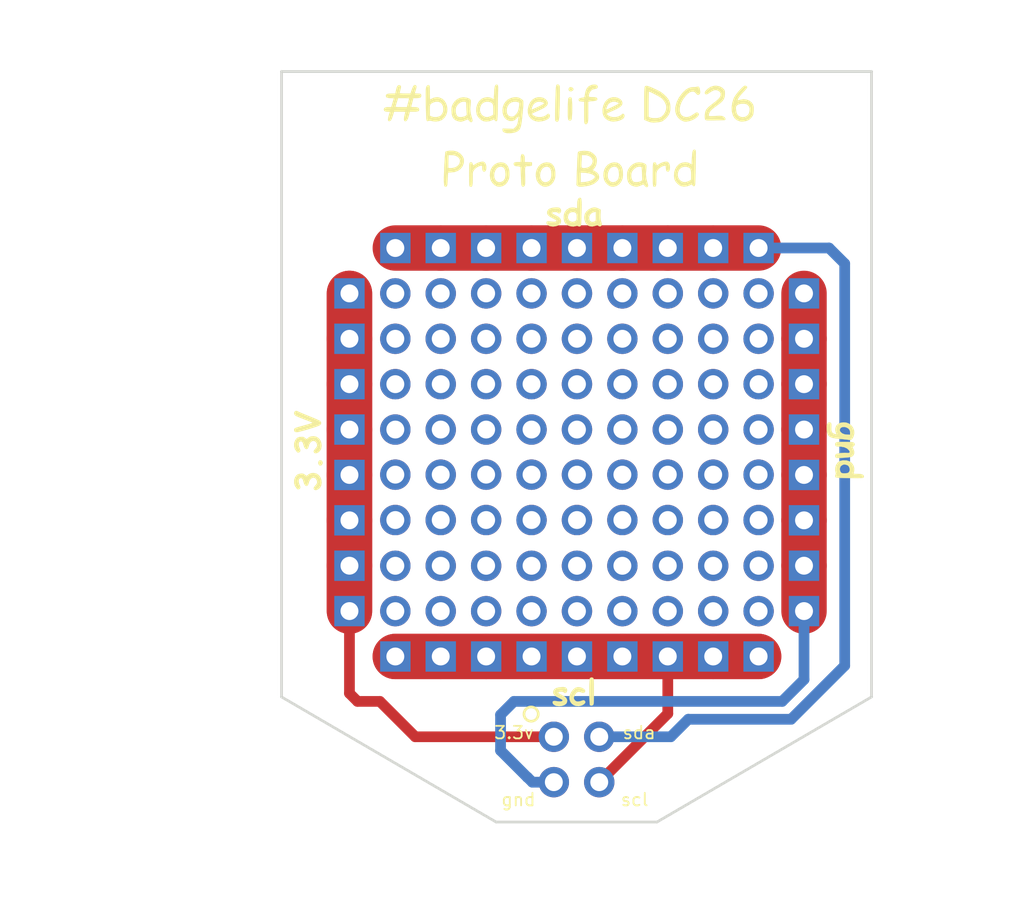
<source format=kicad_pcb>
(kicad_pcb (version 20221018) (generator pcbnew)
  (layers (0 "F.Cu" signal) (31 "B.Cu" signal) (34 "B.Paste" user) (35 "F.Paste" user) (36 "B.SilkS" user "B.Silkscreen") (37 "F.SilkS" user "F.Silkscreen") (38 "B.Mask" user) (39 "F.Mask" user) (44 "Edge.Cuts" user))
  (net 0 "")
  (net 1 "+3V3")
  (net 2 "GND")
  (net 3 "SDA")
  (net 4 "SCL")
  (footprint "mrmeeseeks:Pin_Header_Straight_2x09_Pitch2.54mm-NoSilk" (layer "F.Cu") (at 118.364 155.956 90)
    (fp_text reference "REF**" hide)
    (fp_text value "Pin_Header_Straight_2x09_Pitch2.54mm")
    (pad "1" thru_hole circle (at 0 0 90) (size 1.7 1.7) (drill 1) (layers "*.Cu" "*.Mask"))
    (pad "2" thru_hole oval (at 2.54 0 90) (size 1.7 1.7) (drill 1) (layers "*.Cu" "*.Mask"))
    (pad "3" thru_hole oval (at 0 2.54 90) (size 1.7 1.7) (drill 1) (layers "*.Cu" "*.Mask"))
    (pad "4" thru_hole oval (at 2.54 2.54 90) (size 1.7 1.7) (drill 1) (layers "*.Cu" "*.Mask"))
    (pad "5" thru_hole oval (at 0 5.08 90) (size 1.7 1.7) (drill 1) (layers "*.Cu" "*.Mask"))
    (pad "6" thru_hole oval (at 2.54 5.08 90) (size 1.7 1.7) (drill 1) (layers "*.Cu" "*.Mask"))
    (pad "7" thru_hole oval (at 0 7.62 90) (size 1.7 1.7) (drill 1) (layers "*.Cu" "*.Mask"))
    (pad "8" thru_hole oval (at 2.54 7.62 90) (size 1.7 1.7) (drill 1) (layers "*.Cu" "*.Mask"))
    (pad "9" thru_hole oval (at 0 10.16 90) (size 1.7 1.7) (drill 1) (layers "*.Cu" "*.Mask"))
    (pad "10" thru_hole oval (at 2.54 10.16 90) (size 1.7 1.7) (drill 1) (layers "*.Cu" "*.Mask"))
    (pad "11" thru_hole oval (at 0 12.7 90) (size 1.7 1.7) (drill 1) (layers "*.Cu" "*.Mask"))
    (pad "12" thru_hole oval (at 2.54 12.7 90) (size 1.7 1.7) (drill 1) (layers "*.Cu" "*.Mask"))
    (pad "13" thru_hole oval (at 0 15.24 90) (size 1.7 1.7) (drill 1) (layers "*.Cu" "*.Mask"))
    (pad "14" thru_hole oval (at 2.54 15.24 90) (size 1.7 1.7) (drill 1) (layers "*.Cu" "*.Mask"))
    (pad "15" thru_hole oval (at 0 17.78 90) (size 1.7 1.7) (drill 1) (layers "*.Cu" "*.Mask"))
    (pad "16" thru_hole oval (at 2.54 17.78 90) (size 1.7 1.7) (drill 1) (layers "*.Cu" "*.Mask"))
    (pad "17" thru_hole oval (at 0 20.32 90) (size 1.7 1.7) (drill 1) (layers "*.Cu" "*.Mask"))
    (pad "18" thru_hole oval (at 2.54 20.32 90) (size 1.7 1.7) (drill 1) (layers "*.Cu" "*.Mask"))
  )
  (footprint "mrmeeseeks:Pin_Header_Straight_2x09_Pitch2.54mm-NoSilk" (layer "F.Cu") (at 118.364 161.036 90)
    (fp_text reference "REF**" hide)
    (fp_text value "Pin_Header_Straight_2x09_Pitch2.54mm")
    (pad "1" thru_hole circle (at 0 0 90) (size 1.7 1.7) (drill 1) (layers "*.Cu" "*.Mask"))
    (pad "2" thru_hole oval (at 2.54 0 90) (size 1.7 1.7) (drill 1) (layers "*.Cu" "*.Mask"))
    (pad "3" thru_hole oval (at 0 2.54 90) (size 1.7 1.7) (drill 1) (layers "*.Cu" "*.Mask"))
    (pad "4" thru_hole oval (at 2.54 2.54 90) (size 1.7 1.7) (drill 1) (layers "*.Cu" "*.Mask"))
    (pad "5" thru_hole oval (at 0 5.08 90) (size 1.7 1.7) (drill 1) (layers "*.Cu" "*.Mask"))
    (pad "6" thru_hole oval (at 2.54 5.08 90) (size 1.7 1.7) (drill 1) (layers "*.Cu" "*.Mask"))
    (pad "7" thru_hole oval (at 0 7.62 90) (size 1.7 1.7) (drill 1) (layers "*.Cu" "*.Mask"))
    (pad "8" thru_hole oval (at 2.54 7.62 90) (size 1.7 1.7) (drill 1) (layers "*.Cu" "*.Mask"))
    (pad "9" thru_hole oval (at 0 10.16 90) (size 1.7 1.7) (drill 1) (layers "*.Cu" "*.Mask"))
    (pad "10" thru_hole oval (at 2.54 10.16 90) (size 1.7 1.7) (drill 1) (layers "*.Cu" "*.Mask"))
    (pad "11" thru_hole oval (at 0 12.7 90) (size 1.7 1.7) (drill 1) (layers "*.Cu" "*.Mask"))
    (pad "12" thru_hole oval (at 2.54 12.7 90) (size 1.7 1.7) (drill 1) (layers "*.Cu" "*.Mask"))
    (pad "13" thru_hole oval (at 0 15.24 90) (size 1.7 1.7) (drill 1) (layers "*.Cu" "*.Mask"))
    (pad "14" thru_hole oval (at 2.54 15.24 90) (size 1.7 1.7) (drill 1) (layers "*.Cu" "*.Mask"))
    (pad "15" thru_hole oval (at 0 17.78 90) (size 1.7 1.7) (drill 1) (layers "*.Cu" "*.Mask"))
    (pad "16" thru_hole oval (at 2.54 17.78 90) (size 1.7 1.7) (drill 1) (layers "*.Cu" "*.Mask"))
    (pad "17" thru_hole oval (at 0 20.32 90) (size 1.7 1.7) (drill 1) (layers "*.Cu" "*.Mask"))
    (pad "18" thru_hole oval (at 2.54 20.32 90) (size 1.7 1.7) (drill 1) (layers "*.Cu" "*.Mask"))
  )
  (footprint "mrmeeseeks:Badgelife-Shitty-2x2" (layer "F.Cu") (at 128.5 179.5)
    (fp_text reference "X1")
    (fp_text value "Badgelife_shitty_connector")
    (fp_text user "scl" (at 3.25 2.25) (layer "F.SilkS") (effects (font (size 0.7 0.7) (thickness 0.1))))
    (fp_text user "gnd" (at -3.25 2.25) (layer "F.SilkS") (effects (font (size 0.7 0.7) (thickness 0.1))))
    (fp_text user "3.3v" (at -3.5 -1.5) (layer "F.SilkS") (effects (font (size 0.7 0.7) (thickness 0.1))))
    (fp_text user "sda" (at 3.5 -1.5) (layer "F.SilkS") (effects (font (size 0.7 0.7) (thickness 0.1))))
    (pad "1" thru_hole oval (at -1.27 -1.27) (size 1.7 1.7) (drill 1) (layers "*.Cu" "*.Mask") (net 1 "+3V3"))
    (pad "2" thru_hole oval (at -1.27 1.27) (size 1.7 1.7) (drill 1) (layers "*.Cu" "*.Mask") (net 2 "GND"))
    (pad "3" thru_hole oval (at 1.27 1.27) (size 1.7 1.7) (drill 1) (layers "*.Cu" "*.Mask") (net 4 "SCL"))
    (pad "4" thru_hole circle (at 1.27 -1.27) (size 1.7 1.7) (drill 1) (layers "*.Cu" "*.Mask") (net 3 "SDA"))
  )
  (footprint "mrmeeseeks:Pin_Header_Straight_2x09_Pitch2.54mm-NoSilk" (layer "F.Cu") (at 118.364 166.1 90)
    (fp_text reference "REF**" hide)
    (fp_text value "Pin_Header_Straight_2x09_Pitch2.54mm")
    (pad "1" thru_hole circle (at 0 0 90) (size 1.7 1.7) (drill 1) (layers "*.Cu" "*.Mask"))
    (pad "2" thru_hole oval (at 2.54 0 90) (size 1.7 1.7) (drill 1) (layers "*.Cu" "*.Mask"))
    (pad "3" thru_hole oval (at 0 2.54 90) (size 1.7 1.7) (drill 1) (layers "*.Cu" "*.Mask"))
    (pad "4" thru_hole oval (at 2.54 2.54 90) (size 1.7 1.7) (drill 1) (layers "*.Cu" "*.Mask"))
    (pad "5" thru_hole oval (at 0 5.08 90) (size 1.7 1.7) (drill 1) (layers "*.Cu" "*.Mask"))
    (pad "6" thru_hole oval (at 2.54 5.08 90) (size 1.7 1.7) (drill 1) (layers "*.Cu" "*.Mask"))
    (pad "7" thru_hole oval (at 0 7.62 90) (size 1.7 1.7) (drill 1) (layers "*.Cu" "*.Mask"))
    (pad "8" thru_hole oval (at 2.54 7.62 90) (size 1.7 1.7) (drill 1) (layers "*.Cu" "*.Mask"))
    (pad "9" thru_hole oval (at 0 10.16 90) (size 1.7 1.7) (drill 1) (layers "*.Cu" "*.Mask"))
    (pad "10" thru_hole oval (at 2.54 10.16 90) (size 1.7 1.7) (drill 1) (layers "*.Cu" "*.Mask"))
    (pad "11" thru_hole oval (at 0 12.7 90) (size 1.7 1.7) (drill 1) (layers "*.Cu" "*.Mask"))
    (pad "12" thru_hole oval (at 2.54 12.7 90) (size 1.7 1.7) (drill 1) (layers "*.Cu" "*.Mask"))
    (pad "13" thru_hole oval (at 0 15.24 90) (size 1.7 1.7) (drill 1) (layers "*.Cu" "*.Mask"))
    (pad "14" thru_hole oval (at 2.54 15.24 90) (size 1.7 1.7) (drill 1) (layers "*.Cu" "*.Mask"))
    (pad "15" thru_hole oval (at 0 17.78 90) (size 1.7 1.7) (drill 1) (layers "*.Cu" "*.Mask"))
    (pad "16" thru_hole oval (at 2.54 17.78 90) (size 1.7 1.7) (drill 1) (layers "*.Cu" "*.Mask"))
    (pad "17" thru_hole oval (at 0 20.32 90) (size 1.7 1.7) (drill 1) (layers "*.Cu" "*.Mask"))
    (pad "18" thru_hole oval (at 2.54 20.32 90) (size 1.7 1.7) (drill 1) (layers "*.Cu" "*.Mask"))
  )
  (footprint "mrmeeseeks:Pin_Header_Straight_2x09_Pitch2.54mm-NoSilk" (layer "F.Cu") (at 118.364 171.2 90)
    (fp_text reference "REF**" hide)
    (fp_text value "Pin_Header_Straight_2x09_Pitch2.54mm")
    (pad "1" thru_hole circle (at 0 0 90) (size 1.7 1.7) (drill 1) (layers "*.Cu" "*.Mask"))
    (pad "2" thru_hole oval (at 2.54 0 90) (size 1.7 1.7) (drill 1) (layers "*.Cu" "*.Mask"))
    (pad "3" thru_hole oval (at 0 2.54 90) (size 1.7 1.7) (drill 1) (layers "*.Cu" "*.Mask"))
    (pad "4" thru_hole oval (at 2.54 2.54 90) (size 1.7 1.7) (drill 1) (layers "*.Cu" "*.Mask"))
    (pad "5" thru_hole oval (at 0 5.08 90) (size 1.7 1.7) (drill 1) (layers "*.Cu" "*.Mask"))
    (pad "6" thru_hole oval (at 2.54 5.08 90) (size 1.7 1.7) (drill 1) (layers "*.Cu" "*.Mask"))
    (pad "7" thru_hole oval (at 0 7.62 90) (size 1.7 1.7) (drill 1) (layers "*.Cu" "*.Mask"))
    (pad "8" thru_hole oval (at 2.54 7.62 90) (size 1.7 1.7) (drill 1) (layers "*.Cu" "*.Mask"))
    (pad "9" thru_hole oval (at 0 10.16 90) (size 1.7 1.7) (drill 1) (layers "*.Cu" "*.Mask"))
    (pad "10" thru_hole oval (at 2.54 10.16 90) (size 1.7 1.7) (drill 1) (layers "*.Cu" "*.Mask"))
    (pad "11" thru_hole oval (at 0 12.7 90) (size 1.7 1.7) (drill 1) (layers "*.Cu" "*.Mask"))
    (pad "12" thru_hole oval (at 2.54 12.7 90) (size 1.7 1.7) (drill 1) (layers "*.Cu" "*.Mask"))
    (pad "13" thru_hole oval (at 0 15.24 90) (size 1.7 1.7) (drill 1) (layers "*.Cu" "*.Mask"))
    (pad "14" thru_hole oval (at 2.54 15.24 90) (size 1.7 1.7) (drill 1) (layers "*.Cu" "*.Mask"))
    (pad "15" thru_hole oval (at 0 17.78 90) (size 1.7 1.7) (drill 1) (layers "*.Cu" "*.Mask"))
    (pad "16" thru_hole oval (at 2.54 17.78 90) (size 1.7 1.7) (drill 1) (layers "*.Cu" "*.Mask"))
    (pad "17" thru_hole oval (at 0 20.32 90) (size 1.7 1.7) (drill 1) (layers "*.Cu" "*.Mask"))
    (pad "18" thru_hole oval (at 2.54 20.32 90) (size 1.7 1.7) (drill 1) (layers "*.Cu" "*.Mask"))
  )
  (footprint "mrmeeseeks:Power_Rail-01x08" (layer "F.Cu") (at 115.7986 153.416)
    (fp_text reference "J1" hide)
    (fp_text value "Conn_01x08")
    (pad "1" thru_hole rect (at 0 0) (size 1.7 1.7) (drill 1) (layers "*.Cu" "*.Mask") (net 1 "+3V3"))
    (pad "2" thru_hole rect (at 0 2.54) (size 1.7 1.7) (drill 1) (layers "*.Cu" "*.Mask") (net 1 "+3V3"))
    (pad "3" thru_hole rect (at 0 5.08) (size 1.7 1.7) (drill 1) (layers "*.Cu" "*.Mask") (net 1 "+3V3"))
    (pad "4" thru_hole rect (at 0 7.62) (size 1.7 1.7) (drill 1) (layers "*.Cu" "*.Mask") (net 1 "+3V3"))
    (pad "5" thru_hole rect (at 0 10.16) (size 1.7 1.7) (drill 1) (layers "*.Cu" "*.Mask") (net 1 "+3V3"))
    (pad "6" thru_hole rect (at 0 12.7) (size 1.7 1.7) (drill 1) (layers "*.Cu" "*.Mask") (net 1 "+3V3"))
    (pad "7" thru_hole rect (at 0 15.24) (size 1.7 1.7) (drill 1) (layers "*.Cu" "*.Mask") (net 1 "+3V3"))
    (pad "8" thru_hole rect (at 0 17.78) (size 1.7 1.7) (drill 1) (layers "*.Cu" "*.Mask") (net 1 "+3V3"))
  )
  (footprint "mrmeeseeks:Power_Rail-01x08" (layer "F.Cu") (at 141.224 153.416)
    (fp_text reference "J2" hide)
    (fp_text value "Conn_01x08")
    (pad "1" thru_hole rect (at 0 0) (size 1.7 1.7) (drill 1) (layers "*.Cu" "*.Mask") (net 2 "GND"))
    (pad "2" thru_hole rect (at 0 2.54) (size 1.7 1.7) (drill 1) (layers "*.Cu" "*.Mask") (net 2 "GND"))
    (pad "3" thru_hole rect (at 0 5.08) (size 1.7 1.7) (drill 1) (layers "*.Cu" "*.Mask") (net 2 "GND"))
    (pad "4" thru_hole rect (at 0 7.62) (size 1.7 1.7) (drill 1) (layers "*.Cu" "*.Mask") (net 2 "GND"))
    (pad "5" thru_hole rect (at 0 10.16) (size 1.7 1.7) (drill 1) (layers "*.Cu" "*.Mask") (net 2 "GND"))
    (pad "6" thru_hole rect (at 0 12.7) (size 1.7 1.7) (drill 1) (layers "*.Cu" "*.Mask") (net 2 "GND"))
    (pad "7" thru_hole rect (at 0 15.24) (size 1.7 1.7) (drill 1) (layers "*.Cu" "*.Mask") (net 2 "GND"))
    (pad "8" thru_hole rect (at 0 17.78) (size 1.7 1.7) (drill 1) (layers "*.Cu" "*.Mask") (net 2 "GND"))
  )
  (footprint "mrmeeseeks:Power_Rail-01x09" (layer "F.Cu") (at 118.364 150.876 90)
    (fp_text reference "J3" hide)
    (fp_text value "Conn_01x09")
    (pad "1" thru_hole rect (at 0 0 90) (size 1.7 1.7) (drill 1) (layers "*.Cu" "*.Mask") (net 3 "SDA"))
    (pad "2" thru_hole rect (at 0 2.54 90) (size 1.7 1.7) (drill 1) (layers "*.Cu" "*.Mask") (net 3 "SDA"))
    (pad "3" thru_hole rect (at 0 5.08 90) (size 1.7 1.7) (drill 1) (layers "*.Cu" "*.Mask") (net 3 "SDA"))
    (pad "4" thru_hole rect (at 0 7.62 90) (size 1.7 1.7) (drill 1) (layers "*.Cu" "*.Mask") (net 3 "SDA"))
    (pad "5" thru_hole rect (at 0 10.16 90) (size 1.7 1.7) (drill 1) (layers "*.Cu" "*.Mask") (net 3 "SDA"))
    (pad "6" thru_hole rect (at 0 12.7 90) (size 1.7 1.7) (drill 1) (layers "*.Cu" "*.Mask") (net 3 "SDA"))
    (pad "7" thru_hole rect (at 0 15.24 90) (size 1.7 1.7) (drill 1) (layers "*.Cu" "*.Mask") (net 3 "SDA"))
    (pad "8" thru_hole rect (at 0 17.78 90) (size 1.7 1.7) (drill 1) (layers "*.Cu" "*.Mask") (net 3 "SDA"))
    (pad "9" thru_hole rect (at 0 20.32 90) (size 1.7 1.7) (drill 1) (layers "*.Cu" "*.Mask") (net 3 "SDA"))
  )
  (footprint "mrmeeseeks:Power_Rail-01x09" (layer "F.Cu") (at 118.364 173.736 90)
    (fp_text reference "J4" hide)
    (fp_text value "Conn_01x09")
    (pad "1" thru_hole rect (at 0 0 90) (size 1.7 1.7) (drill 1) (layers "*.Cu" "*.Mask") (net 4 "SCL"))
    (pad "2" thru_hole rect (at 0 2.54 90) (size 1.7 1.7) (drill 1) (layers "*.Cu" "*.Mask") (net 4 "SCL"))
    (pad "3" thru_hole rect (at 0 5.08 90) (size 1.7 1.7) (drill 1) (layers "*.Cu" "*.Mask") (net 4 "SCL"))
    (pad "4" thru_hole rect (at 0 7.62 90) (size 1.7 1.7) (drill 1) (layers "*.Cu" "*.Mask") (net 4 "SCL"))
    (pad "5" thru_hole rect (at 0 10.16 90) (size 1.7 1.7) (drill 1) (layers "*.Cu" "*.Mask") (net 4 "SCL"))
    (pad "6" thru_hole rect (at 0 12.7 90) (size 1.7 1.7) (drill 1) (layers "*.Cu" "*.Mask") (net 4 "SCL"))
    (pad "7" thru_hole rect (at 0 15.24 90) (size 1.7 1.7) (drill 1) (layers "*.Cu" "*.Mask") (net 4 "SCL"))
    (pad "8" thru_hole rect (at 0 17.78 90) (size 1.7 1.7) (drill 1) (layers "*.Cu" "*.Mask") (net 4 "SCL"))
    (pad "9" thru_hole rect (at 0 20.32 90) (size 1.7 1.7) (drill 1) (layers "*.Cu" "*.Mask") (net 4 "SCL"))
  )
  (footprint "mrmeeseeks:badgelife-shitty-label-3.3v" (layer "F.Cu") (at 113.4 162.2 90)
    (fp_text reference "G***" hide)
    (fp_text value "LOGO" hide)
  )
  (footprint "mrmeeseeks:badgelife-shitty-label-sda" (layer "F.Cu") (at 128.2 148.8)
    (fp_text reference "G***" hide)
    (fp_text value "LOGO" hide)
  )
  (footprint "mrmeeseeks:badgelife-shitty-label-scl" (layer "F.Cu") (at 128.4 175.7)
    (fp_text reference "G***" hide)
    (fp_text value "LOGO" hide)
  )
  (footprint "mrmeeseeks:badgelife-shitty-label-gnd" (layer "F.Cu") (at 143.7 162.3 -90)
    (fp_text reference "G***" hide)
    (fp_text value "LOGO" hide)
  )
  (footprint "mrmeeseeks:badgelife-shitty-devboard-silk" (layer "F.Cu") (at 128.9 144.6)
    (fp_text reference "G***" hide)
    (fp_text value "LOGO" hide)
  )
  (gr_line (start 133 183) (end 124 183) (stroke (width 0.15)) (layer "Edge.Cuts"))
  (gr_line (start 112 176) (end 112 141) (stroke (width 0.15)) (layer "Edge.Cuts"))
  (gr_line (start 124 183) (end 112 176) (stroke (width 0.15)) (layer "Edge.Cuts"))
  (gr_line (start 112 141) (end 145 141) (stroke (width 0.15)) (layer "Edge.Cuts"))
  (gr_line (start 145 141) (end 145 176) (stroke (width 0.15)) (layer "Edge.Cuts"))
  (gr_line (start 145 176) (end 133 183) (stroke (width 0.15)) (layer "Edge.Cuts"))
  (segment (start 117.5 176.25) (end 116.25 176.25) (width 0.6) (layer "F.Cu") (net 1))
  (segment (start 116.25 176.25) (end 115.7986 175.7986) (width 0.6) (layer "F.Cu") (net 1))
  (segment (start 115.7986 163.576) (end 115.7986 166.116) (width 2.54) (layer "F.Cu") (net 1))
  (segment (start 115.7986 153.416) (end 115.7986 155.956) (width 2.54) (layer "F.Cu") (net 1))
  (segment (start 115.7986 161.036) (end 115.7986 163.576) (width 2.54) (layer "F.Cu") (net 1))
  (segment (start 115.7986 155.956) (end 115.7986 158.496) (width 2.54) (layer "F.Cu") (net 1))
  (segment (start 115.7986 166.116) (end 115.7986 168.656) (width 2.54) (layer "F.Cu") (net 1))
  (segment (start 127.23 178.23) (end 119.48 178.23) (width 0.6) (layer "F.Cu") (net 1))
  (segment (start 115.7986 171.196) (end 115.7986 153.416) (width 2.54) (layer "F.Cu") (net 1))
  (segment (start 119.48 178.23) (end 117.5 176.25) (width 0.6) (layer "F.Cu") (net 1))
  (segment (start 115.7986 158.496) (end 115.7986 161.036) (width 2.54) (layer "F.Cu") (net 1))
  (segment (start 115.7986 171.196) (end 115.7986 168.656) (width 2.54) (layer "F.Cu") (net 1))
  (segment (start 115.7986 175.7986) (end 115.7986 171.196) (width 0.6) (layer "F.Cu") (net 1))
  (segment (start 141.224 155.956) (end 141.224 153.416) (width 2.54) (layer "F.Cu") (net 2))
  (segment (start 141.224 158.496) (end 141.224 155.956) (width 2.54) (layer "F.Cu") (net 2))
  (segment (start 141.224 168.656) (end 141.224 166.116) (width 2.54) (layer "F.Cu") (net 2))
  (segment (start 141.224 163.576) (end 141.224 161.036) (width 2.54) (layer "F.Cu") (net 2))
  (segment (start 141.224 161.036) (end 141.224 158.496) (width 2.54) (layer "F.Cu") (net 2))
  (segment (start 141.224 171.196) (end 141.224 168.656) (width 2.54) (layer "F.Cu") (net 2))
  (segment (start 141.224 163.576) (end 141.224 166.116) (width 2.54) (layer "F.Cu") (net 2))
  (segment (start 140 176.25) (end 141.224 175.026) (width 0.6) (layer "B.Cu") (net 2))
  (segment (start 127.23 180.77) (end 126.027919 180.77) (width 0.6) (layer "B.Cu") (net 2))
  (segment (start 124.25 177) (end 125 176.25) (width 0.6) (layer "B.Cu") (net 2))
  (segment (start 126.027919 180.77) (end 125.757919 180.5) (width 0.6) (layer "B.Cu") (net 2))
  (segment (start 125.757919 180.5) (end 125.75 180.5) (width 0.6) (layer "B.Cu") (net 2))
  (segment (start 125.75 180.5) (end 124.25 179) (width 0.6) (layer "B.Cu") (net 2))
  (segment (start 124.25 179) (end 124.25 177) (width 0.6) (layer "B.Cu") (net 2))
  (segment (start 141.224 175.026) (end 141.224 171.196) (width 0.6) (layer "B.Cu") (net 2))
  (segment (start 125 176.25) (end 140 176.25) (width 0.6) (layer "B.Cu") (net 2))
  (segment (start 128.524 150.876) (end 125.984 150.876) (width 2.54) (layer "F.Cu") (net 3))
  (segment (start 131.064 150.876) (end 128.524 150.876) (width 2.54) (layer "F.Cu") (net 3))
  (segment (start 123.444 150.876) (end 120.904 150.876) (width 2.54) (layer "F.Cu") (net 3))
  (segment (start 138.684 150.876) (end 136.144 150.876) (width 2.54) (layer "F.Cu") (net 3))
  (segment (start 133.604 150.876) (end 131.064 150.876) (width 2.54) (layer "F.Cu") (net 3))
  (segment (start 136.144 150.876) (end 133.604 150.876) (width 2.54) (layer "F.Cu") (net 3))
  (segment (start 125.984 150.876) (end 123.444 150.876) (width 2.54) (layer "F.Cu") (net 3))
  (segment (start 120.904 150.876) (end 118.364 150.876) (width 2.54) (layer "F.Cu") (net 3))
  (segment (start 143.5 174.25) (end 143.5 151.75) (width 0.6) (layer "B.Cu") (net 3))
  (segment (start 142.626 150.876) (end 138.684 150.876) (width 0.6) (layer "B.Cu") (net 3))
  (segment (start 129.77 178.23) (end 133.77 178.23) (width 0.6) (layer "B.Cu") (net 3))
  (segment (start 134.75 177.25) (end 140.5 177.25) (width 0.6) (layer "B.Cu") (net 3))
  (segment (start 133.77 178.23) (end 134.75 177.25) (width 0.6) (layer "B.Cu") (net 3))
  (segment (start 140.5 177.25) (end 143.5 174.25) (width 0.6) (layer "B.Cu") (net 3))
  (segment (start 143.5 151.75) (end 142.626 150.876) (width 0.6) (layer "B.Cu") (net 3))
  (segment (start 125.984 173.736) (end 128.524 173.736) (width 2.54) (layer "F.Cu") (net 4))
  (segment (start 133.604 173.736) (end 136.144 173.736) (width 2.54) (layer "F.Cu") (net 4))
  (segment (start 133.604 176.936) (end 133.604 173.736) (width 0.6) (layer "F.Cu") (net 4))
  (segment (start 136.144 173.736) (end 138.684 173.736) (width 2.54) (layer "F.Cu") (net 4))
  (segment (start 123.444 173.736) (end 125.984 173.736) (width 2.54) (layer "F.Cu") (net 4))
  (segment (start 118.364 173.736) (end 138.684 173.736) (width 2.54) (layer "F.Cu") (net 4))
  (segment (start 129.77 180.77) (end 133.604 176.936) (width 0.6) (layer "F.Cu") (net 4))
  (segment (start 128.524 173.736) (end 131.064 173.736) (width 2.54) (layer "F.Cu") (net 4))
  (segment (start 118.364 173.736) (end 120.904 173.736) (width 2.54) (layer "F.Cu") (net 4))
  (segment (start 133.604 173.736) (end 131.064 173.736) (width 2.54) (layer "F.Cu") (net 4))
  (segment (start 120.904 173.736) (end 123.444 173.736) (width 2.54) (layer "F.Cu") (net 4))
)
</source>
